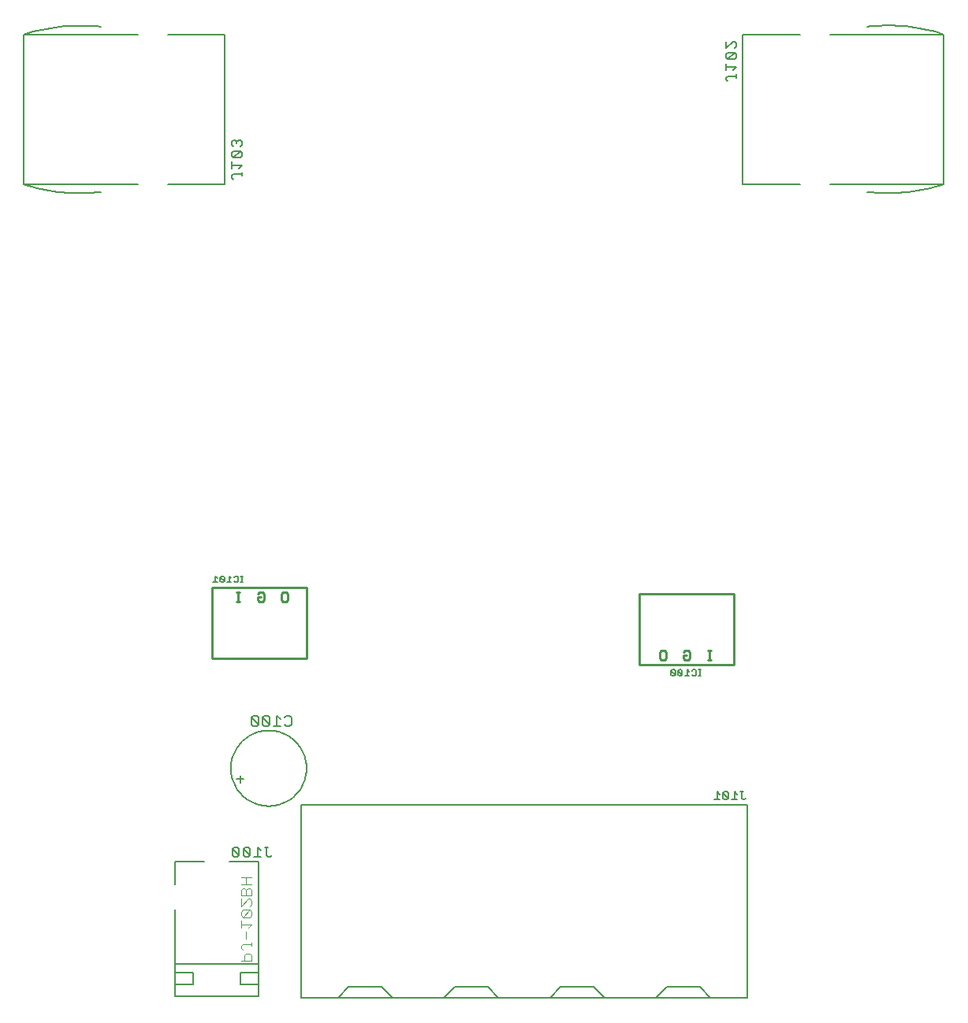
<source format=gbo>
G75*
%MOIN*%
%OFA0B0*%
%FSLAX24Y24*%
%IPPOS*%
%LPD*%
%AMOC8*
5,1,8,0,0,1.08239X$1,22.5*
%
%ADD10C,0.0080*%
%ADD11C,0.0100*%
%ADD12C,0.0090*%
%ADD13C,0.0060*%
%ADD14C,0.0050*%
%ADD15C,0.0040*%
D10*
X009000Y006470D02*
X009070Y006400D01*
X009210Y006400D01*
X009280Y006470D01*
X009000Y006750D01*
X009000Y006470D01*
X009000Y006750D02*
X009070Y006820D01*
X009210Y006820D01*
X009280Y006750D01*
X009280Y006470D01*
X009461Y006470D02*
X009531Y006400D01*
X009671Y006400D01*
X009741Y006470D01*
X009461Y006750D01*
X009461Y006470D01*
X009741Y006470D02*
X009741Y006750D01*
X009671Y006820D01*
X009531Y006820D01*
X009461Y006750D01*
X009921Y006400D02*
X010201Y006400D01*
X010061Y006400D02*
X010061Y006820D01*
X010201Y006680D01*
X010381Y006820D02*
X010521Y006820D01*
X010451Y006820D02*
X010451Y006470D01*
X010521Y006400D01*
X010592Y006400D01*
X010662Y006470D01*
X011895Y008600D02*
X011895Y000450D01*
X020190Y000450D01*
X022490Y000450D01*
X030785Y000450D01*
X030785Y008600D01*
X011895Y008600D01*
X013920Y000900D02*
X013470Y000450D01*
X013920Y000900D02*
X015320Y000900D01*
X015770Y000450D01*
X017950Y000450D02*
X018400Y000900D01*
X019800Y000900D01*
X020250Y000450D01*
X022430Y000450D02*
X022880Y000900D01*
X024280Y000900D01*
X024730Y000450D01*
X026910Y000450D02*
X027360Y000900D01*
X028760Y000900D01*
X029210Y000450D01*
X003440Y041550D02*
X003247Y041568D01*
X003054Y041581D01*
X002861Y041590D01*
X002667Y041594D01*
X002474Y041593D01*
X002281Y041588D01*
X002087Y041578D01*
X001895Y041563D01*
X001702Y041544D01*
X001510Y041520D01*
X001319Y041491D01*
X001128Y041458D01*
X000938Y041421D01*
X000749Y041379D01*
X000562Y041332D01*
X000375Y041281D01*
X000190Y041225D01*
X005015Y041225D01*
X006265Y041225D02*
X008690Y041225D01*
X008690Y034875D01*
X006265Y034875D01*
X005015Y034875D02*
X000190Y034875D01*
X000190Y041225D01*
X000190Y034875D02*
X000364Y034820D01*
X000540Y034770D01*
X000717Y034723D01*
X000895Y034681D01*
X001074Y034643D01*
X001253Y034610D01*
X001434Y034581D01*
X001615Y034556D01*
X001797Y034536D01*
X001979Y034520D01*
X002162Y034508D01*
X002344Y034501D01*
X002527Y034498D01*
X002710Y034500D01*
X002893Y034506D01*
X003076Y034516D01*
X003258Y034531D01*
X003440Y034550D01*
X008980Y035160D02*
X008980Y035230D01*
X009050Y035300D01*
X009400Y035300D01*
X009400Y035230D02*
X009400Y035370D01*
X009260Y035550D02*
X009400Y035691D01*
X008980Y035691D01*
X008980Y035831D02*
X008980Y035550D01*
X008980Y035160D02*
X009050Y035090D01*
X009050Y036011D02*
X008980Y036081D01*
X008980Y036221D01*
X009050Y036291D01*
X009330Y036291D01*
X009050Y036011D01*
X009330Y036011D01*
X009400Y036081D01*
X009400Y036221D01*
X009330Y036291D01*
X009330Y036471D02*
X009400Y036541D01*
X009400Y036681D01*
X009330Y036751D01*
X009260Y036751D01*
X009190Y036681D01*
X009120Y036751D01*
X009050Y036751D01*
X008980Y036681D01*
X008980Y036541D01*
X009050Y036471D01*
X009190Y036611D02*
X009190Y036681D01*
X029880Y039318D02*
X029880Y039389D01*
X029950Y039459D01*
X030300Y039459D01*
X030300Y039389D02*
X030300Y039529D01*
X030160Y039709D02*
X030300Y039849D01*
X029880Y039849D01*
X029880Y039709D02*
X029880Y039989D01*
X029950Y040169D02*
X030230Y040449D01*
X029950Y040449D01*
X029880Y040379D01*
X029880Y040239D01*
X029950Y040169D01*
X030230Y040169D01*
X030300Y040239D01*
X030300Y040379D01*
X030230Y040449D01*
X030230Y040630D02*
X030300Y040700D01*
X030300Y040840D01*
X030230Y040910D01*
X030160Y040910D01*
X029880Y040630D01*
X029880Y040910D01*
X030590Y041225D02*
X033015Y041225D01*
X034265Y041225D02*
X039090Y041225D01*
X039090Y034875D01*
X034265Y034875D01*
X033015Y034875D02*
X030590Y034875D01*
X030590Y041225D01*
X029880Y039318D02*
X029950Y039248D01*
X035840Y034550D02*
X036033Y034532D01*
X036226Y034519D01*
X036419Y034510D01*
X036613Y034506D01*
X036806Y034507D01*
X036999Y034512D01*
X037193Y034522D01*
X037385Y034537D01*
X037578Y034556D01*
X037770Y034580D01*
X037961Y034609D01*
X038152Y034642D01*
X038342Y034679D01*
X038531Y034721D01*
X038718Y034768D01*
X038905Y034819D01*
X039090Y034875D01*
X039090Y041225D02*
X038916Y041280D01*
X038740Y041330D01*
X038563Y041377D01*
X038385Y041419D01*
X038206Y041457D01*
X038027Y041490D01*
X037846Y041519D01*
X037665Y041544D01*
X037483Y041564D01*
X037301Y041580D01*
X037118Y041592D01*
X036936Y041599D01*
X036753Y041602D01*
X036570Y041600D01*
X036387Y041594D01*
X036204Y041584D01*
X036022Y041569D01*
X035840Y041550D01*
D11*
X030200Y017540D02*
X026200Y017540D01*
X026200Y014540D01*
X030200Y014540D01*
X030200Y017540D01*
X012140Y017820D02*
X012140Y014820D01*
X008140Y014820D01*
X008140Y017820D01*
X012140Y017820D01*
D12*
X011355Y017557D02*
X011355Y017283D01*
X011287Y017215D01*
X011150Y017215D01*
X011082Y017283D01*
X011082Y017557D01*
X011150Y017625D01*
X011287Y017625D01*
X011355Y017557D01*
X010355Y017557D02*
X010355Y017283D01*
X010287Y017215D01*
X010150Y017215D01*
X010082Y017283D01*
X010082Y017420D01*
X010219Y017420D01*
X010355Y017557D02*
X010287Y017625D01*
X010150Y017625D01*
X010082Y017557D01*
X009302Y017625D02*
X009165Y017625D01*
X009234Y017625D02*
X009234Y017215D01*
X009302Y017215D02*
X009165Y017215D01*
X027081Y015077D02*
X027150Y015145D01*
X027287Y015145D01*
X027355Y015077D01*
X027355Y014803D01*
X027287Y014735D01*
X027150Y014735D01*
X027081Y014803D01*
X027081Y015077D01*
X028081Y015077D02*
X028150Y015145D01*
X028287Y015145D01*
X028355Y015077D01*
X028355Y014803D01*
X028287Y014735D01*
X028150Y014735D01*
X028081Y014803D01*
X028081Y014940D01*
X028218Y014940D01*
X029118Y014735D02*
X029255Y014735D01*
X029187Y014735D02*
X029187Y015145D01*
X029255Y015145D02*
X029118Y015145D01*
D13*
X028810Y014330D02*
X028723Y014330D01*
X028767Y014330D02*
X028767Y014070D01*
X028810Y014070D02*
X028723Y014070D01*
X028614Y014113D02*
X028614Y014287D01*
X028570Y014330D01*
X028483Y014330D01*
X028440Y014287D01*
X028319Y014243D02*
X028232Y014330D01*
X028232Y014070D01*
X028319Y014070D02*
X028145Y014070D01*
X028024Y014113D02*
X027851Y014287D01*
X027851Y014113D01*
X027894Y014070D01*
X027981Y014070D01*
X028024Y014113D01*
X028024Y014287D01*
X027981Y014330D01*
X027894Y014330D01*
X027851Y014287D01*
X027730Y014287D02*
X027730Y014113D01*
X027556Y014287D01*
X027556Y014113D01*
X027599Y014070D01*
X027686Y014070D01*
X027730Y014113D01*
X027730Y014287D02*
X027686Y014330D01*
X027599Y014330D01*
X027556Y014287D01*
X028440Y014113D02*
X028483Y014070D01*
X028570Y014070D01*
X028614Y014113D01*
X029492Y009170D02*
X029492Y008830D01*
X029605Y008830D02*
X029378Y008830D01*
X029605Y009057D02*
X029492Y009170D01*
X029747Y009114D02*
X029803Y009170D01*
X029917Y009170D01*
X029973Y009114D01*
X029973Y008887D01*
X029747Y009114D01*
X029747Y008887D01*
X029803Y008830D01*
X029917Y008830D01*
X029973Y008887D01*
X030115Y008830D02*
X030342Y008830D01*
X030228Y008830D02*
X030228Y009170D01*
X030342Y009057D01*
X030483Y009170D02*
X030597Y009170D01*
X030540Y009170D02*
X030540Y008887D01*
X030597Y008830D01*
X030653Y008830D01*
X030710Y008887D01*
X008940Y010160D02*
X008942Y010240D01*
X008948Y010319D01*
X008958Y010398D01*
X008972Y010477D01*
X008989Y010555D01*
X009011Y010632D01*
X009036Y010707D01*
X009066Y010781D01*
X009098Y010854D01*
X009135Y010925D01*
X009175Y010994D01*
X009218Y011061D01*
X009265Y011126D01*
X009314Y011188D01*
X009367Y011248D01*
X009423Y011305D01*
X009481Y011360D01*
X009542Y011411D01*
X009606Y011459D01*
X009672Y011504D01*
X009740Y011546D01*
X009810Y011584D01*
X009882Y011618D01*
X009955Y011649D01*
X010030Y011677D01*
X010107Y011700D01*
X010184Y011720D01*
X010262Y011736D01*
X010341Y011748D01*
X010420Y011756D01*
X010500Y011760D01*
X010580Y011760D01*
X010660Y011756D01*
X010739Y011748D01*
X010818Y011736D01*
X010896Y011720D01*
X010973Y011700D01*
X011050Y011677D01*
X011125Y011649D01*
X011198Y011618D01*
X011270Y011584D01*
X011340Y011546D01*
X011408Y011504D01*
X011474Y011459D01*
X011538Y011411D01*
X011599Y011360D01*
X011657Y011305D01*
X011713Y011248D01*
X011766Y011188D01*
X011815Y011126D01*
X011862Y011061D01*
X011905Y010994D01*
X011945Y010925D01*
X011982Y010854D01*
X012014Y010781D01*
X012044Y010707D01*
X012069Y010632D01*
X012091Y010555D01*
X012108Y010477D01*
X012122Y010398D01*
X012132Y010319D01*
X012138Y010240D01*
X012140Y010160D01*
X012138Y010080D01*
X012132Y010001D01*
X012122Y009922D01*
X012108Y009843D01*
X012091Y009765D01*
X012069Y009688D01*
X012044Y009613D01*
X012014Y009539D01*
X011982Y009466D01*
X011945Y009395D01*
X011905Y009326D01*
X011862Y009259D01*
X011815Y009194D01*
X011766Y009132D01*
X011713Y009072D01*
X011657Y009015D01*
X011599Y008960D01*
X011538Y008909D01*
X011474Y008861D01*
X011408Y008816D01*
X011340Y008774D01*
X011270Y008736D01*
X011198Y008702D01*
X011125Y008671D01*
X011050Y008643D01*
X010973Y008620D01*
X010896Y008600D01*
X010818Y008584D01*
X010739Y008572D01*
X010660Y008564D01*
X010580Y008560D01*
X010500Y008560D01*
X010420Y008564D01*
X010341Y008572D01*
X010262Y008584D01*
X010184Y008600D01*
X010107Y008620D01*
X010030Y008643D01*
X009955Y008671D01*
X009882Y008702D01*
X009810Y008736D01*
X009740Y008774D01*
X009672Y008816D01*
X009606Y008861D01*
X009542Y008909D01*
X009481Y008960D01*
X009423Y009015D01*
X009367Y009072D01*
X009314Y009132D01*
X009265Y009194D01*
X009218Y009259D01*
X009175Y009326D01*
X009135Y009395D01*
X009098Y009466D01*
X009066Y009539D01*
X009036Y009613D01*
X009011Y009688D01*
X008989Y009765D01*
X008972Y009843D01*
X008958Y009922D01*
X008948Y010001D01*
X008942Y010080D01*
X008940Y010160D01*
X009340Y009860D02*
X009340Y009560D01*
X009190Y009710D02*
X009490Y009710D01*
X009445Y018030D02*
X009358Y018030D01*
X009402Y018030D02*
X009402Y018290D01*
X009445Y018290D02*
X009358Y018290D01*
X009249Y018247D02*
X009249Y018073D01*
X009205Y018030D01*
X009118Y018030D01*
X009075Y018073D01*
X008954Y018030D02*
X008780Y018030D01*
X008867Y018030D02*
X008867Y018290D01*
X008954Y018203D01*
X009075Y018247D02*
X009118Y018290D01*
X009205Y018290D01*
X009249Y018247D01*
X008659Y018247D02*
X008616Y018290D01*
X008529Y018290D01*
X008486Y018247D01*
X008659Y018073D01*
X008616Y018030D01*
X008529Y018030D01*
X008486Y018073D01*
X008486Y018247D01*
X008365Y018203D02*
X008278Y018290D01*
X008278Y018030D01*
X008365Y018030D02*
X008191Y018030D01*
X008659Y018073D02*
X008659Y018247D01*
D14*
X006570Y004180D02*
X006570Y000500D01*
X006570Y001880D01*
X010110Y001880D01*
X010110Y000500D01*
X006570Y000500D01*
X006590Y001000D02*
X007340Y001000D01*
X007340Y001500D01*
X006590Y001500D01*
X009340Y001500D02*
X009340Y001000D01*
X010090Y001000D01*
X010090Y001500D02*
X009340Y001500D01*
X010110Y001880D02*
X010110Y006210D01*
X008870Y006210D01*
X007810Y006210D02*
X006570Y006210D01*
X006570Y005240D01*
X009890Y011945D02*
X009815Y012020D01*
X009815Y012320D01*
X010115Y012020D01*
X010040Y011945D01*
X009890Y011945D01*
X010115Y012020D02*
X010115Y012320D01*
X010040Y012395D01*
X009890Y012395D01*
X009815Y012320D01*
X010276Y012320D02*
X010576Y012020D01*
X010501Y011945D01*
X010351Y011945D01*
X010276Y012020D01*
X010276Y012320D01*
X010351Y012395D01*
X010501Y012395D01*
X010576Y012320D01*
X010576Y012020D01*
X010736Y011945D02*
X011036Y011945D01*
X010886Y011945D02*
X010886Y012395D01*
X011036Y012245D01*
X011196Y012320D02*
X011271Y012395D01*
X011422Y012395D01*
X011497Y012320D01*
X011497Y012020D01*
X011422Y011945D01*
X011271Y011945D01*
X011196Y012020D01*
D15*
X009820Y005550D02*
X009360Y005550D01*
X009590Y005550D02*
X009590Y005243D01*
X009513Y005089D02*
X009437Y005089D01*
X009360Y005013D01*
X009360Y004782D01*
X009820Y004782D01*
X009820Y005013D01*
X009744Y005089D01*
X009667Y005089D01*
X009590Y005013D01*
X009590Y004782D01*
X009667Y004629D02*
X009744Y004629D01*
X009820Y004552D01*
X009820Y004399D01*
X009744Y004322D01*
X009744Y004168D02*
X009437Y003862D01*
X009360Y003938D01*
X009360Y004092D01*
X009437Y004168D01*
X009744Y004168D01*
X009820Y004092D01*
X009820Y003938D01*
X009744Y003862D01*
X009437Y003862D01*
X009360Y003708D02*
X009360Y003401D01*
X009360Y003555D02*
X009820Y003555D01*
X009667Y003401D01*
X009590Y003248D02*
X009590Y002941D01*
X009437Y002711D02*
X009360Y002634D01*
X009360Y002557D01*
X009437Y002480D01*
X009590Y002327D02*
X009513Y002250D01*
X009513Y002020D01*
X009360Y002020D02*
X009820Y002020D01*
X009820Y002250D01*
X009744Y002327D01*
X009590Y002327D01*
X009820Y002634D02*
X009820Y002787D01*
X009820Y002711D02*
X009437Y002711D01*
X009360Y004322D02*
X009667Y004629D01*
X009360Y004629D02*
X009360Y004322D01*
X009590Y005013D02*
X009513Y005089D01*
X009360Y005243D02*
X009820Y005243D01*
M02*

</source>
